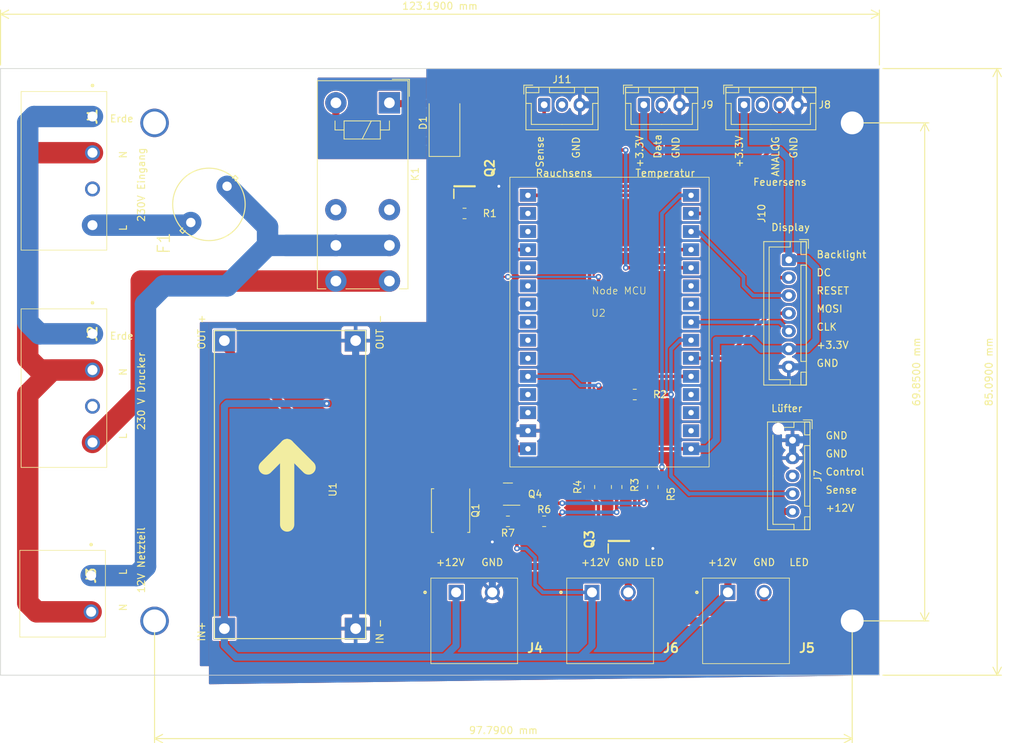
<source format=kicad_pcb>
(kicad_pcb (version 20221018) (generator pcbnew)
  (layers (0 "F.Cu" signal) (31 "B.Cu" signal) (34 "B.Paste" user) (35 "F.Paste" user) (36 "B.SilkS" user "B.Silkscreen") (37 "F.SilkS" user "F.Silkscreen") (38 "B.Mask" user) (39 "F.Mask" user) (44 "Edge.Cuts" user))
  (net 0 "")
  (net 1 "Net-(D1-A)")
  (net 2 "Net-(F1-Pad1)")
  (net 3 "Net-(F1-Pad2)")
  (net 4 "Net-(J1-Pad1)")
  (net 5 "Net-(J1-Pad2)")
  (net 8 "Net-(J2-Pad4)")
  (net 9 "+12V")
  (net 10 "GND")
  (net 11 "Net-(Q1-D)")
  (net 12 "Net-(J7-Pin_3)")
  (net 13 "Net-(J7-Pin_4)")
  (net 14 "+3.3V")
  (net 15 "Net-(J9-Pin_2)")
  (net 18 "Net-(Q1-G)")
  (net 19 "Net-(Q2-G)")
  (net 20 "Net-(Q3-G)")
  (net 22 "Net-(U2-GPIO0)")
  (net 23 "+5V")
  (net 31 "Net-(Q4-G)")
  (net 32 "Net-(Q4-D)")
  (net 35 "Net-(U2-GPIO15)")
  (net 39 "Net-(U2-GPIO16)")
  (net 40 "Net-(J10-Pin_3)")
  (net 41 "Net-(J10-Pin_4)")
  (net 42 "Net-(J10-Pin_5)")
  (net 46 "Net-(J11-Pin_1)")
  (net 48 "Net-(J8-Pin_3)")
  (net 49 "Net-(J10-Pin_2)")
  (footprint "1_ene9ba-footprint:1757242" (layer "F.Cu") (at 174.345 109.03)
    (fp_text reference "J6" (at 11.075 7.81) (layer "F.SilkS") (effects (font (size 1.27 1.27) (thickness 0.254))))
    (fp_text value "Conn_2_Pin_Phoenix_5,08" hide)
    (pad "1" thru_hole rect (at 0 0) (size 2.1 2.1) (drill 1.4) (layers "*.Cu" "*.Mask") (net 9 "+12V"))
    (pad "2" thru_hole circle (at 5.08 0) (size 2.1 2.1) (drill 1.4) (layers "*.Cu" "*.Mask") (net 11 "Net-(Q1-D)"))
  )
  (footprint "Connector_JST:JST_XH_B3B-XH-A_1x03_P2.50mm_Vertical" (layer "F.Cu") (at 181.61 40.64)
    (fp_text reference "J9" (at 8.89 0) (layer "F.SilkS"))
    (fp_text value "Conn_01x03_Pin" hide)
    (pad "1" thru_hole roundrect (at 0 0) (size 1.7 1.95) (drill 0.95) (layers "*.Cu" "*.Mask") (roundrect_rratio 0.147059) (net 14 "+3.3V"))
    (pad "2" thru_hole oval (at 2.5 0) (size 1.7 1.95) (drill 0.95) (layers "*.Cu" "*.Mask") (net 15 "Net-(J9-Pin_2)"))
    (pad "3" thru_hole oval (at 5 0) (size 1.7 1.95) (drill 0.95) (layers "*.Cu" "*.Mask") (net 10 "GND"))
  )
  (footprint "1_ene9ba-footprint:Sicherungssockel rund" (layer "F.Cu") (at 120.65 54.61 90)
    (fp_text reference "F1" (at -3.81 -5.334 90) (layer "F.SilkS") (effects (font (size 1.6891 1.6891) (thickness 0.16891)) (justify right bottom)))
    (fp_text value "Fuse")
    (pad "1" thru_hole circle (at -2.54 -2.54 90) (size 2.54 2.54) (drill 1.3208) (layers "*.Cu" "*.Mask") (net 2 "Net-(F1-Pad1)"))
    (pad "2" thru_hole circle (at 2.54 2.54 90) (size 2.54 2.54) (drill 1.3208) (layers "*.Cu" "*.Mask") (net 3 "Net-(F1-Pad2)"))
  )
  (footprint "Connector_JST:JST_XH_B7B-XH-A_1x07_P2.50mm_Vertical" (layer "F.Cu") (at 201.93 62.39 -90)
    (fp_text reference "J10" (at -6.51 3.81 90) (layer "F.SilkS"))
    (fp_text value "Conn_01x07_Pin" hide)
    (pad "1" thru_hole roundrect (at 0 0 270) (size 1.7 1.95) (drill 0.95) (layers "*.Cu" "*.Mask") (roundrect_rratio 0.147059) (net 14 "+3.3V"))
    (pad "2" thru_hole oval (at 2.5 0 270) (size 1.7 1.95) (drill 0.95) (layers "*.Cu" "*.Mask") (net 49 "Net-(J10-Pin_2)"))
    (pad "3" thru_hole oval (at 5 0 270) (size 1.7 1.95) (drill 0.95) (layers "*.Cu" "*.Mask") (net 40 "Net-(J10-Pin_3)"))
    (pad "4" thru_hole oval (at 7.5 0 270) (size 1.7 1.95) (drill 0.95) (layers "*.Cu" "*.Mask") (net 41 "Net-(J10-Pin_4)"))
    (pad "5" thru_hole oval (at 10 0 270) (size 1.7 1.95) (drill 0.95) (layers "*.Cu" "*.Mask") (net 42 "Net-(J10-Pin_5)"))
    (pad "6" thru_hole oval (at 12.5 0 270) (size 1.7 1.95) (drill 0.95) (layers "*.Cu" "*.Mask") (net 14 "+3.3V"))
    (pad "7" thru_hole oval (at 15 0 270) (size 1.7 1.95) (drill 0.95) (layers "*.Cu" "*.Mask") (net 10 "GND"))
  )
  (footprint "Package_TO_SOT_SMD:TDSON-8-1" (layer "F.Cu") (at 154.52 97.56 -90)
    (fp_text reference "Q1" (at 0 -3.5 -90) (layer "F.SilkS"))
    (fp_text value "BSC440N10NS3G")
    (pad "1" smd rect (at -2.9 -1.905 270) (size 0.85 0.5) (layers "F.Cu" "F.Paste" "F.Mask") (net 10 "GND"))
    (pad "2" smd rect (at -2.9 -0.635 270) (size 0.85 0.5) (layers "F.Cu" "F.Paste" "F.Mask") (net 10 "GND"))
    (pad "3" smd rect (at -2.9 0.635 270) (size 0.85 0.5) (layers "F.Cu" "F.Paste" "F.Mask") (net 10 "GND"))
    (pad "4" smd rect (at -2.9 1.905 270) (size 0.85 0.5) (layers "F.Cu" "F.Paste" "F.Mask") (net 18 "Net-(Q1-G)"))
    (pad "5" smd rect (at 1.05 0 270) (size 4.55 4.41) (layers "F.Cu") (net 11 "Net-(Q1-D)"))
  )
  (footprint "Resistor_SMD:R_0805_2012Metric_Pad1.20x1.40mm_HandSolder" (layer "F.Cu") (at 167.64 99.06)
    (fp_text reference "R6" (at 0 -1.65) (layer "F.SilkS"))
    (fp_text value "1k")
    (pad "1" smd roundrect (at -1 0) (size 1.2 1.4) (layers "F.Cu" "F.Paste" "F.Mask") (roundrect_rratio 0.208333) (net 32 "Net-(Q4-D)"))
    (pad "2" smd roundrect (at 1 0) (size 1.2 1.4) (layers "F.Cu" "F.Paste" "F.Mask") (roundrect_rratio 0.208333) (net 9 "+12V"))
  )
  (footprint "1_ene9ba-footprint:LM2596S_MODULE" (layer "F.Cu") (at 142.617 115.517 90)
    (fp_text reference "U1" (at 20.9 -4.6 90) (layer "F.SilkS"))
    (fp_text value "DC/DC_Wandler_LM2596S")
    (fp_text user "IN -" (at 1 2 90) (layer "F.SilkS"))
    (fp_text user "OUT -" (at 43 2 90) (layer "F.SilkS"))
    (fp_text user "OUT +" (at 43 -23 90) (layer "F.SilkS"))
    (fp_text user "IN+" (at 1 -23 90) (layer "F.SilkS"))
    (pad "1" thru_hole rect (at 1.4 -1.4 90) (size 3.048 3.048) (drill 1.5) (layers "*.Cu" "*.Mask") (net 10 "GND"))
    (pad "2" thru_hole rect (at 1.4 -19.8 90) (size 3.048 3.048) (drill 1.5) (layers "*.Cu" "*.Mask") (net 9 "+12V"))
    (pad "3" thru_hole rect (at 41.8 -19.8 90) (size 3.048 3.048) (drill 1.5) (layers "*.Cu" "*.Mask") (net 23 "+5V"))
    (pad "4" thru_hole rect (at 41.8 -1.4 90) (size 3.048 3.048) (drill 1.5) (layers "*.Cu" "*.Mask") (net 10 "GND"))
  )
  (footprint "Connector_JST:JST_XH_B5B-XH-AM_1x05_P2.50mm_Vertical" (layer "F.Cu") (at 202.455 87.69 -90)
    (fp_text reference "J7" (at 5 -3.55 90) (layer "F.SilkS"))
    (fp_text value "Conn_01x05")
    (pad "" np_thru_hole circle (at -1.6 2 270) (size 1.2 1.2) (drill 1.2) (layers "*.Cu" "*.Mask"))
    (pad "1" thru_hole roundrect (at 0 0 270) (size 1.7 1.95) (drill 0.95) (layers "*.Cu" "*.Mask") (roundrect_rratio 0.147059) (net 10 "GND"))
    (pad "2" thru_hole oval (at 2.5 0 270) (size 1.7 1.95) (drill 0.95) (layers "*.Cu" "*.Mask") (net 10 "GND"))
    (pad "3" thru_hole oval (at 5 0 270) (size 1.7 1.95) (drill 0.95) (layers "*.Cu" "*.Mask") (net 12 "Net-(J7-Pin_3)"))
    (pad "4" thru_hole oval (at 7.5 0 270) (size 1.7 1.95) (drill 0.95) (layers "*.Cu" "*.Mask") (net 13 "Net-(J7-Pin_4)"))
    (pad "5" thru_hole oval (at 10 0 270) (size 1.7 1.95) (drill 0.95) (layers "*.Cu" "*.Mask") (net 9 "+12V"))
  )
  (footprint "1_ene9ba-footprint:NodeMCU" (layer "F.Cu") (at 178.07 76.2)
    (fp_text reference "U2" (at -2.81 -6.35 unlocked) (layer "F.SilkS") (effects (font (thickness 0.1))))
    (fp_text value "~" hide)
    (fp_text user "Node MCU" (at -3.81 -8.89 unlocked) (layer "F.SilkS") (effects (font (thickness 0.1)) (justify left bottom)))
    (pad "1" thru_hole rect (at -12.7 12.7) (size 2.286 1.778) (drill 0.762) (layers "*.Cu" "*.Mask") (net 23 "+5V"))
    (pad "2" thru_hole rect (at -12.7 10.16) (size 2.286 1.778) (drill 0.762) (layers "*.Cu" "*.Mask") (net 10 "GND"))
    (pad "3" thru_hole rect (at -12.7 7.62) (size 2.286 1.778) (drill 0.762) (layers "*.Cu" "*.Mask"))
    (pad "4" thru_hole rect (at -12.7 5.08) (size 2.286 1.778) (drill 0.762) (layers "*.Cu" "*.Mask"))
    (pad "5" thru_hole rect (at -12.7 2.54) (size 2.286 1.778) (drill 0.762) (layers "*.Cu" "*.Mask") (net 14 "+3.3V"))
    (pad "6" thru_hole rect (at -12.7 0) (size 2.286 1.778) (drill 0.762) (layers "*.Cu" "*.Mask"))
    (pad "7" thru_hole rect (at -12.7 -2.54) (size 2.286 1.778) (drill 0.762) (layers "*.Cu" "*.Mask"))
    (pad "8" thru_hole rect (at -12.7 -5.08) (size 2.286 1.778) (drill 0.762) (layers "*.Cu" "*.Mask"))
    (pad "9" thru_hole rect (at -12.7 -7.62) (size 2.286 1.778) (drill 0.762) (layers "*.Cu" "*.Mask"))
    (pad "10" thru_hole rect (at -12.7 -10.16) (size 2.286 1.778) (drill 0.762) (layers "*.Cu" "*.Mask"))
    (pad "11" thru_hole rect (at -12.7 -12.7) (size 2.286 1.778) (drill 0.762) (layers "*.Cu" "*.Mask"))
    (pad "12" thru_hole rect (at -12.7 -15.24) (size 2.286 1.778) (drill 0.762) (layers "*.Cu" "*.Mask") (net 15 "Net-(J9-Pin_2)"))
    (pad "13" thru_hole rect (at -12.7 -17.78) (size 2.286 1.778) (drill 0.762) (layers "*.Cu" "*.Mask"))
    (pad "14" thru_hole rect (at -12.7 -20.32) (size 2.286 1.778) (drill 0.762) (layers "*.Cu" "*.Mask"))
    (pad "15" thru_hole rect (at -12.7 -22.86) (size 2.286 1.778) (drill 0.762) (layers "*.Cu" "*.Mask") (net 48 "Net-(J8-Pin_3)"))
    (pad "16" thru_hole rect (at 10.16 -22.86) (size 2.286 1.778) (drill 0.762) (layers "*.Cu" "*.Mask") (net 39 "Net-(U2-GPIO16)"))
    (pad "17" thru_hole rect (at 10.16 -20.32) (size 2.286 1.778) (drill 0.762) (layers "*.Cu" "*.Mask") (net 49 "Net-(J10-Pin_2)"))
    (pad "18" thru_hole rect (at 10.16 -17.78) (size 2.286 1.778) (drill 0.762) (layers "*.Cu" "*.Mask") (net 40 "Net-(J10-Pin_3)"))
    (pad "19" thru_hole rect (at 10.16 -15.24) (size 2.286 1.778) (drill 0.762) (layers "*.Cu" "*.Mask") (net 22 "Net-(U2-GPIO0)"))
    (pad "20" thru_hole rect (at 10.16 -12.7) (size 2.286 1.778) (drill 0.762) (layers "*.Cu" "*.Mask") (net 46 "Net-(J11-Pin_1)"))
    (pad "21" thru_hole rect (at 10.16 -10.16) (size 2.286 1.778) (drill 0.762) (layers "*.Cu" "*.Mask"))
    (pad "22" thru_hole rect (at 10.16 -7.62) (size 2.286 1.778) (drill 0.762) (layers "*.Cu" "*.Mask"))
    (pad "23" thru_hole rect (at 10.16 -5.08) (size 2.286 1.778) (drill 0.762) (layers "*.Cu" "*.Mask") (net 42 "Net-(J10-Pin_5)"))
    (pad "24" thru_hole rect (at 10.16 -2.54) (size 2.286 1.778) (drill 0.762) (layers "*.Cu" "*.Mask") (net 13 "Net-(J7-Pin_4)"))
    (pad "25" thru_hole rect (at 10.16 0) (size 2.286 1.778) (drill 0.762) (layers "*.Cu" "*.Mask") (net 41 "Net-(J10-Pin_4)"))
    (pad "26" thru_hole rect (at 10.16 2.54) (size 2.286 1.778) (drill 0.762) (layers "*.Cu" "*.Mask") (net 35 "Net-(U2-GPIO15)"))
    (pad "27" thru_hole rect (at 10.16 5.08) (size 2.286 1.778) (drill 0.762) (layers "*.Cu" "*.Mask"))
    (pad "28" thru_hole rect (at 10.16 7.62) (size 2.286 1.778) (drill 0.762) (layers "*.Cu" "*.Mask"))
    (pad "29" thru_hole rect (at 10.16 10.16) (size 2.286 1.778) (drill 0.762) (layers "*.Cu" "*.Mask"))
    (pad "30" thru_hole rect (at 10.16 12.7) (size 2.286 1.778) (drill 0.762) (layers "*.Cu" "*.Mask") (net 14 "+3.3V"))
  )
  (footprint "1_ene9ba-footprint:1757242" (layer "F.Cu") (at 104.14 106.68 -90)
    (fp_text reference "J3" (at 0 0 -90) (layer "F.SilkS") (effects (font (size 1.27 1.27) (thickness 0.254))))
    (fp_text value "Conn_2_Pin_Phoenix_5,08" hide)
    (pad "1" thru_hole rect (at 0 0 270) (size 2.1 2.1) (drill 1.4) (layers "*.Cu" "*.Mask") (net 3 "Net-(F1-Pad2)"))
    (pad "2" thru_hole circle (at 5.08 0 270) (size 2.1 2.1) (drill 1.4) (layers "*.Cu" "*.Mask") (net 5 "Net-(J1-Pad2)"))
  )
  (footprint "Resistor_SMD:R_0805_2012Metric_Pad1.20x1.40mm_HandSolder" (layer "F.Cu") (at 180.34 81.28 180)
    (fp_text reference "R2" (at -3.54 0) (layer "F.SilkS"))
    (fp_text value "10k" hide)
    (pad "1" smd roundrect (at -1 0 180) (size 1.2 1.4) (layers "F.Cu" "F.Paste" "F.Mask") (roundrect_rratio 0.208333) (net 13 "Net-(J7-Pin_4)"))
    (pad "2" smd roundrect (at 1 0 180) (size 1.2 1.4) (layers "F.Cu" "F.Paste" "F.Mask") (roundrect_rratio 0.208333) (net 14 "+3.3V"))
  )
  (footprint "1_ene9ba-footprint:Relay_DPDT_Finder_40.52" (layer "F.Cu") (at 145.9475 40.3625 -90)
    (fp_text reference "K1" (at 10 -3.6 90) (layer "F.SilkS"))
    (fp_text value "FINDER-44.52")
    (pad "11" thru_hole circle (at 20 0 270) (size 3 3) (drill 1.5) (layers "*.Cu" "*.Mask") (net 3 "Net-(F1-Pad2)"))
    (pad "12" thru_hole circle (at 15 0 270) (size 3 3) (drill 1.5) (layers "*.Cu" "*.Mask"))
    (pad "14" thru_hole circle (at 25 0 270) (size 3 3) (drill 1.5) (layers "*.Cu" "*.Mask") (net 8 "Net-(J2-Pad4)"))
    (pad "21" thru_hole circle (at 20 7.5 270) (size 3 3) (drill 1.5) (layers "*.Cu" "*.Mask") (net 3 "Net-(F1-Pad2)"))
    (pad "22" thru_hole circle (at 15 7.5 270) (size 3 3) (drill 1.5) (layers "*.Cu" "*.Mask"))
    (pad "24" thru_hole circle (at 25 7.5 270) (size 3 3) (drill 1.5) (layers "*.Cu" "*.Mask") (net 8 "Net-(J2-Pad4)"))
    (pad "A1" thru_hole rect (at 0 0 270) (size 3 3) (drill 1.5) (layers "*.Cu" "*.Mask") (net 1 "Net-(D1-A)"))
    (pad "A2" thru_hole circle (at 0 7.5 270) (size 3 3) (drill 1.5) (layers "*.Cu" "*.Mask") (net 9 "+12V"))
  )
  (footprint "Resistor_SMD:R_0805_2012Metric_Pad1.20x1.40mm_HandSolder" (layer "F.Cu") (at 162.56 99.06 180)
    (fp_text reference "R7" (at 0 -1.65) (layer "F.SilkS"))
    (fp_text value "120")
    (pad "1" smd roundrect (at -1 0 180) (size 1.2 1.4) (layers "F.Cu" "F.Paste" "F.Mask") (roundrect_rratio 0.208333) (net 32 "Net-(Q4-D)"))
    (pad "2" smd roundrect (at 1 0 180) (size 1.2 1.4) (layers "F.Cu" "F.Paste" "F.Mask") (roundrect_rratio 0.208333) (net 18 "Net-(Q1-G)"))
  )
  (footprint "1_ene9ba-footprint:1757268" (layer "F.Cu") (at 104.33 72.765 -90)
    (fp_text reference "J2" (at 0 0 90) (layer "F.SilkS") (effects (font (size 1.27 1.27) (thickness 0.254))))
    (fp_text value "Conn_4_Pin_Phoenix_5,08" hide)
    (pad "1" thru_hole rect (at 0 0 270) (size 2.1 2.1) (drill 1.4) (layers "*.Cu" "*.Mask") (net 4 "Net-(J1-Pad1)"))
    (pad "2" thru_hole circle (at 5.08 0 270) (size 2.1 2.1) (drill 1.4) (layers "*.Cu" "*.Mask") (net 5 "Net-(J1-Pad2)"))
    (pad "3" thru_hole circle (at 10.16 0 270) (size 2.1 2.1) (drill 1.4) (layers "*.Cu" "*.Mask"))
    (pad "4" thru_hole circle (at 15.24 0 270) (size 2.1 2.1) (drill 1.4) (layers "*.Cu" "*.Mask") (net 8 "Net-(J2-Pad4)"))
  )
  (footprint "Package_TO_SOT_SMD:SOT-23" (layer "F.Cu") (at 162.56 95.25 180)
    (fp_text reference "Q4" (at -3.81 0) (layer "F.SilkS"))
    (fp_text value "BSS138")
    (pad "1" smd roundrect (at -0.9375 -0.95 180) (size 1.475 0.6) (layers "F.Cu" "F.Paste" "F.Mask") (net 31 "Net-(Q4-G)"))
    (pad "2" smd roundrect (at -0.9375 0.95 180) (size 1.475 0.6) (layers "F.Cu" "F.Paste" "F.Mask") (net 10 "GND"))
    (pad "3" smd roundrect (at 0.9375 0 180) (size 1.475 0.6) (layers "F.Cu" "F.Paste" "F.Mask") (net 32 "Net-(Q4-D)"))
  )
  (footprint "Connector_JST:JST_XH_B3B-XH-A_1x03_P2.50mm_Vertical" (layer "F.Cu") (at 167.64 40.64)
    (fp_text reference "J11" (at 2.5 -3.55) (layer "F.SilkS"))
    (fp_text value "Conn_01x03_Pin" hide)
    (pad "1" thru_hole roundrect (at 0 0) (size 1.7 1.95) (drill 0.95) (layers "*.Cu" "*.Mask") (roundrect_rratio 0.147059) (net 46 "Net-(J11-Pin_1)"))
    (pad "2" thru_hole oval (at 2.5 0) (size 1.7 1.95) (drill 0.95) (layers "*.Cu" "*.Mask"))
    (pad "3" thru_hole oval (at 5 0) (size 1.7 1.95) (drill 0.95) (layers "*.Cu" "*.Mask") (net 10 "GND"))
  )
  (footprint "Resistor_SMD:R_0805_2012Metric_Pad1.20x1.40mm_HandSolder" (layer "F.Cu") (at 177.8 94.25 -90)
    (fp_text reference "R3" (at -0.27 -2.54 90) (layer "F.SilkS"))
    (fp_text value "10k" hide)
    (pad "1" smd roundrect (at -1 0 270) (size 1.2 1.4) (layers "F.Cu" "F.Paste" "F.Mask") (roundrect_rratio 0.208333) (net 12 "Net-(J7-Pin_3)"))
    (pad "2" smd roundrect (at 1 0 270) (size 1.2 1.4) (layers "F.Cu" "F.Paste" "F.Mask") (roundrect_rratio 0.208333) (net 9 "+12V"))
  )
  (footprint "1_ene9ba-footprint:1757268" (layer "F.Cu") (at 104.33 42.285 -90)
    (fp_text reference "J1" (at 0 0 90) (layer "F.SilkS") (effects (font (size 1.27 1.27) (thickness 0.254))))
    (fp_text value "Conn_4_Pin_Phoenix_5,08" hide)
    (pad "1" thru_hole rect (at 0 0 270) (size 2.1 2.1) (drill 1.4) (layers "*.Cu" "*.Mask") (net 4 "Net-(J1-Pad1)"))
    (pad "2" thru_hole circle (at 5.08 0 270) (size 2.1 2.1) (drill 1.4) (layers "*.Cu" "*.Mask") (net 5 "Net-(J1-Pad2)"))
    (pad "3" thru_hole circle (at 10.16 0 270) (size 2.1 2.1) (drill 1.4) (layers "*.Cu" "*.Mask"))
    (pad "4" thru_hole circle (at 15.24 0 270) (size 2.1 2.1) (drill 1.4) (layers "*.Cu" "*.Mask") (net 2 "Net-(F1-Pad1)"))
  )
  (footprint "Diode_SMD:D_SMB_Handsoldering" (layer "F.Cu") (at 153.67 43.18 90)
    (fp_text reference "D1" (at 0 -3 90) (layer "F.SilkS"))
    (fp_text value "MBRS 1100 SMD Schottkydiode, 100 V, 1 A, DO-214AA" hide)
    (pad "1" smd roundrect (at -2.7 0 90) (size 3.5 2.3) (layers "F.Cu" "F.Paste" "F.Mask") (roundrect_rratio 0.1086956522) (net 9 "+12V"))
    (pad "2" smd roundrect (at 2.7 0 90) (size 3.5 2.3) (layers "F.Cu" "F.Paste" "F.Mask") (roundrect_rratio 0.1086956522) (net 1 "Net-(D1-A)"))
  )
  (footprint "1_ene9ba-footprint:1757242" (layer "F.Cu") (at 193.395 109.03)
    (fp_text reference "J5" (at 11.075 7.81) (layer "F.SilkS") (effects (font (size 1.27 1.27) (thickness 0.254))))
    (fp_text value "Conn_2_Pin_Phoenix_5,08" hide)
    (pad "1" thru_hole rect (at 0 0) (size 2.1 2.1) (drill 1.4) (layers "*.Cu" "*.Mask") (net 9 "+12V"))
    (pad "2" thru_hole circle (at 5.08 0) (size 2.1 2.1) (drill 1.4) (layers "*.Cu" "*.Mask") (net 11 "Net-(Q1-D)"))
  )
  (footprint "Resistor_SMD:R_0805_2012Metric_Pad1.20x1.40mm_HandSolder" (layer "F.Cu") (at 156.48 55.88 180)
    (fp_text reference "R1" (at -3.54 0) (layer "F.SilkS"))
    (fp_text value "120" hide)
    (pad "1" smd roundrect (at -1 0 180) (size 1.2 1.4) (layers "F.Cu" "F.Paste" "F.Mask") (roundrect_rratio 0.208333) (net 35 "Net-(U2-GPIO15)"))
    (pad "2" smd roundrect (at 1 0 180) (size 1.2 1.4) (layers "F.Cu" "F.Paste" "F.Mask") (roundrect_rratio 0.208333) (net 19 "Net-(Q2-G)"))
  )
  (footprint "1_ene9ba-footprint:SOT95P237X112-3N" (layer "F.Cu") (at 156.48 52.07 90)
    (fp_text reference "Q2" (at 2.54 3.54 90) (layer "F.SilkS") (effects (font (size 1.27 1.27) (thickness 0.254))))
    (fp_text value "IRLML2402TRPBF" hide)
    (pad "1" smd rect (at -1.05 -0.95 180) (size 0.6 1.3) (layers "F.Cu" "F.Paste" "F.Mask") (net 19 "Net-(Q2-G)"))
    (pad "2" smd rect (at -1.05 0.95 180) (size 0.6 1.3) (layers "F.Cu" "F.Paste" "F.Mask") (net 10 "GND"))
    (pad "3" smd rect (at 1.05 0 180) (size 0.6 1.3) (layers "F.Cu" "F.Paste" "F.Mask") (net 1 "Net-(D1-A)"))
  )
  (footprint "Resistor_SMD:R_0805_2012Metric_Pad1.20x1.40mm_HandSolder" (layer "F.Cu") (at 173.99 94.25 90)
    (fp_text reference "R4" (at 0 -1.65 90) (layer "F.SilkS"))
    (fp_text value "120")
    (pad "1" smd roundrect (at -1 0 90) (size 1.2 1.4) (layers "F.Cu" "F.Paste" "F.Mask") (roundrect_rratio 0.208333) (net 20 "Net-(Q3-G)"))
    (pad "2" smd roundrect (at 1 0 90) (size 1.2 1.4) (layers "F.Cu" "F.Paste" "F.Mask") (roundrect_rratio 0.208333) (net 22 "Net-(U2-GPIO0)"))
  )
  (footprint "Connector_JST:JST_XH_B4B-XH-A_1x04_P2.50mm_Vertical" (layer "F.Cu") (at 195.66 40.64)
    (fp_text reference "J8" (at 11.31 0) (layer "F.SilkS"))
    (fp_text value "Conn_01x04_Pin_JST-XHP" hide)
    (pad "1" thru_hole roundrect (at 0 0) (size 1.7 1.95) (drill 0.95) (layers "*.Cu" "*.Mask") (roundrect_rratio 0.147059) (net 14 "+3.3V"))
    (pad "2" thru_hole oval (at 2.5 0) (size 1.7 1.95) (drill 0.95) (layers "*.Cu" "*.Mask"))
    (pad "3" thru_hole oval (at 5 0) (size 1.7 1.95) (drill 0.95) (layers "*.Cu" "*.Mask") (net 48 "Net-(J8-Pin_3)"))
    (pad "4" thru_hole oval (at 7.5 0) (size 1.7 1.95) (drill 0.95) (layers "*.Cu" "*.Mask") (net 10 "GND"))
  )
  (footprint "1_ene9ba-footprint:1757242" (layer "F.Cu") (at 155.295 109.03)
    (fp_text reference "J4" (at 11.075 7.81) (layer "F.SilkS") (effects (font (size 1.27 1.27) (thickness 0.254))))
    (fp_text value "Conn_2_Pin_Phoenix_5,08" hide)
    (pad "1" thru_hole rect (at 0 0) (size 2.1 2.1) (drill 1.4) (layers "*.Cu" "*.Mask") (net 9 "+12V"))
    (pad "2" thru_hole circle (at 5.08 0) (size 2.1 2.1) (drill 1.4) (layers "*.Cu" "*.Mask") (net 10 "GND"))
  )
  (footprint "Resistor_SMD:R_0805_2012Metric_Pad1.20x1.40mm_HandSolder" (layer "F.Cu") (at 182.88 94.25 90)
    (fp_text reference "R5" (at -1 2.54 90) (layer "F.SilkS"))
    (fp_text value "120" hide)
    (pad "1" smd roundrect (at -1 0 90) (size 1.2 1.4) (layers "F.Cu" "F.Paste" "F.Mask") (roundrect_rratio 0.208333) (net 31 "Net-(Q4-G)"))
    (pad "2" smd roundrect (at 1 0 90) (size 1.2 1.4) (layers "F.Cu" "F.Paste" "F.Mask") (roundrect_rratio 0.208333) (net 39 "Net-(U2-GPIO16)"))
  )
  (footprint "1_ene9ba-footprint:SOT95P237X112-3N" (layer "F.Cu") (at 178.12 101.82 90)
    (fp_text reference "Q3" (at 0.22 -4.13 90) (layer "F.SilkS") (effects (font (size 1.27 1.27) (thickness 0.254))))
    (fp_text value "IRLML2402TRPBF" hide)
    (pad "1" smd rect (at -1.05 -0.95 180) (size 0.6 1.3) (layers "F.Cu" "F.Paste" "F.Mask") (net 20 "Net-(Q3-G)"))
    (pad "2" smd rect (at -1.05 0.95 180) (size 0.6 1.3) (layers "F.Cu" "F.Paste" "F.Mask") (net 10 "GND"))
    (pad "3" smd rect (at 1.05 0 180) (size 0.6 1.3) (layers "F.Cu" "F.Paste" "F.Mask") (net 12 "Net-(J7-Pin_3)"))
  )
  (gr_line (start 91.44 120.65) (end 91.44 35.56) (stroke (width 0.1)) (layer "Edge.Cuts"))
  (gr_line (start 91.44 35.56) (end 214.63 35.56) (stroke (width 0.1)) (layer "Edge.Cuts"))
  (gr_line (start 214.63 35.56) (end 214.63 120.65) (stroke (width 0.1)) (layer "Edge.Cuts"))
  (gr_line (start 214.63 120.65) (end 91.44 120.65) (stroke (width 0.1)) (layer "Edge.Cuts"))
  (gr_text "GND" (at 172.72 48.26 90) (layer "F.SilkS") (effects (font (size 1 1)) (justify left bottom)))
  (gr_text "230V Eingang\n" (at 111.76 57.15 90) (layer "F.SilkS") (effects (font (size 1 1)) (justify left bottom)))
  (gr_text "230 V Drucker" (at 111.76 86.36 90) (layer "F.SilkS") (effects (font (size 1 1)) (justify left bottom)))
  (gr_text "Erde" (at 106.68 73.66) (layer "F.SilkS") (effects (font (size 1 1)) (justify left bottom)))
  (gr_text "Feuersens" (at 196.85 52.07) (layer "F.SilkS") (effects (font (size 1 1)) (justify left bottom)))
  (gr_text "Lüfter" (at 199.39 83.82) (layer "F.SilkS") (effects (font (size 1 1)) (justify left bottom)))
  (gr_text "CLK" (at 205.74 72.39) (layer "F.SilkS") (effects (font (size 1 1)) (justify left bottom)))
  (gr_text "+12V" (at 152.4 105.41) (layer "F.SilkS") (effects (font (size 1 1)) (justify left bottom)))
  (gr_text "Erde" (at 106.68 43.18) (layer "F.SilkS") (effects (font (size 1 1)) (justify left bottom)))
  (gr_text "GND" (at 207.01 87.63) (layer "F.SilkS") (effects (font (size 1 1)) (justify left bottom)))
  (gr_text "GND" (at 186.69 48.26 90) (layer "F.SilkS") (effects (font (size 1 1)) (justify left bottom)))
  (gr_text "+12V" (at 190.5 105.41) (layer "F.SilkS") (effects (font (size 1 1)) (justify left bottom)))
  (gr_text "Sense" (at 207.01 95.25) (layer "F.SilkS") (effects (font (size 1 1)) (justify left bottom)))
  (gr_text "GND" (at 158.75 105.41) (layer "F.SilkS") (effects (font (size 1 1)) (justify left bottom)))
  (gr_text "L" (at 109.22 58.42 90) (layer "F.SilkS") (effects (font (size 1 1)) (justify left bottom)))
  (gr_text "+3.3V" (at 195.58 49.53 90) (layer "F.SilkS") (effects (font (size 1 1)) (justify left bottom)))
  (gr_text "N" (at 109.22 48.26 90) (layer "F.SilkS") (effects (font (size 1 1)) (justify left bottom)))
  (gr_text "Control" (at 207.01 92.71) (layer "F.SilkS") (effects (font (size 1 1)) (justify left bottom)))
  (gr_text "GND" (at 203.2 48.26 90) (layer "F.SilkS") (effects (font (size 1 1)) (justify left bottom)))
  (gr_text "Rauchsens" (at 166.37 50.8) (layer "F.SilkS") (effects (font (size 1 1)) (justify left bottom)))
  (gr_text "GND" (at 207.01 90.17) (layer "F.SilkS") (effects (font (size 1 1)) (justify left bottom)))
  (gr_text "L" (at 109.22 87.63 90) (layer "F.SilkS") (effects (font (size 1 1)) (justify left bottom)))
  (gr_text "+3.3V" (at 205.74 74.93) (layer "F.SilkS") (effects (font (size 1 1)) (justify left bottom)))
  (gr_text "Temperatur" (at 180.34 50.8) (layer "F.SilkS") (effects (font (size 1 1)) (justify left bottom)))
  (gr_text "GND" (at 205.74 77.47) (layer "F.SilkS") (effects (font (size 1 1)) (justify left bottom)))
  (gr_text "Display" (at 199.39 58.42) (layer "F.SilkS") (effects (font (size 1 1)) (justify left bottom)))
  (gr_text "LED" (at 181.61 105.41) (layer "F.SilkS") (effects (font (size 1 1)) (justify left bottom)))
  (gr_text "LED" (at 201.93 105.41) (layer "F.SilkS") (effects (font (size 1 1)) (justify left bottom)))
  (gr_text "GND" (at 177.8 105.41) (layer "F.SilkS") (effects (font (size 1 1)) (justify left bottom)))
  (gr_text "Backlight" (at 205.74 62.23) (layer "F.SilkS") (effects (font (size 1 1)) (justify left bottom)))
  (gr_text "+12V" (at 207.01 97.79) (layer "F.SilkS") (effects (font (size 1 1)) (justify left bottom)))
  (gr_text "MOSI" (at 205.74 69.85) (layer "F.SilkS") (effects (font (size 1 1)) (justify left bottom)))
  (gr_text "L" (at 109.22 106.68 90) (layer "F.SilkS") (effects (font (size 1 1)) (justify left bottom)))
  (gr_text "N" (at 109.22 111.76 90) (layer "F.SilkS") (effects (font (size 1 1)) (justify left bottom)))
  (gr_text "Data" (at 184.15 48.26 90) (layer "F.SilkS") (effects (font (size 1 1)) (justify left bottom)))
  (gr_text "RESET" (at 205.74 67.31) (layer "F.SilkS") (effects (font (size 1 1)) (justify left bottom)))
  (gr_text "Sense" (at 167.64 49.53 90) (layer "F.SilkS") (effects (font (size 1 1)) (justify left bottom)))
  (gr_text "DC" (at 205.74 64.77) (layer "F.SilkS") (effects (font (size 1 1)) (justify left bottom)))
  (gr_text "12V Netzteil\n" (at 111.76 109.22 90) (layer "F.SilkS") (effects (font (size 1 1)) (justify left bottom)))
  (gr_text "+12V" (at 172.72 105.41) (layer "F.SilkS") (effects (font (size 1 1)) (justify left bottom)))
  (gr_text "+3.3V" (at 181.61 49.53 90) (layer "F.SilkS") (effects (font (size 1 1)) (justify left bottom)))
  (gr_text "N" (at 109.22 78.74 90) (layer "F.SilkS") (effects (font (size 1 1)) (justify left bottom)))
  (gr_text "GND" (at 196.85 105.41) (layer "F.SilkS") (effects (font (size 1 1)) (justify left bottom)))
  (gr_text "ANALOG" (at 200.66 50.8 90) (layer "F.SilkS") (effects (font (size 1 1)) (justify left bottom)))
  (dimension (type aligned) (layer "F.SilkS") (pts (xy 214.63 35.56) (xy 214.63 120.65)) (height -16.51) (gr_text "85,0900 mm" (at 229.99 78.105 90) (layer "F.SilkS") (effects (font (size 1 1) (thickness 0.15)))) (format (prefix "") (suffix "") (units 3) (units_format 1) (precision 4)) (style (thickness 0.15) (arrow_length 1.27) (text_position_mode 0) (extension_height 0.58642) (extension_offset 0.5) keep_text_aligned))
  (dimension (type aligned) (layer "F.SilkS") (pts (xy 91.44 35.56) (xy 214.63 35.56)) (height -7.62) (gr_text "123,1900 mm" (at 153.035 26.79) (layer "F.SilkS") (effects (font (size 1 1) (thickness 0.15)))) (format (prefix "") (suffix "") (units 3) (units_format 1) (precision 4)) (style (thickness 0.15) (arrow_length 1.27) (text_position_mode 0) (extension_height 0.58642) (extension_offset 0.5) keep_text_aligned))
  (dimension (type aligned) (layer "F.SilkS") (pts (xy 210.82 43.18) (xy 210.82 113.03)) (height -10.16) (gr_text "69,8500 mm" (at 219.83 78.105 90) (layer "F.SilkS") (effects (font (size 1 1) (thickness 0.15)))) (format (prefix "") (suffix "") (units 3) (units_format 1) (precision 4)) (style (thickness 0.15) (arrow_length 1.27) (text_position_mode 0) (extension_height 0.58642) (extension_offset 0.5) keep_text_aligned))
  (dimension (type aligned) (layer "F.SilkS") (pts (xy 210.82 113.03) (xy 113.03 113.03)) (height -16.51) (gr_text "97,7900 mm" (at 161.925 128.39) (layer "F.SilkS") (effects (font (size 1 1) (thickness 0.15)))) (format (prefix "") (suffix "") (units 3) (units_format 1) (precision 4)) (style (thickness 0.15) (arrow_length 1.27) (text_position_mode 0) (extension_height 0.58642) (extension_offset 0.5) keep_text_aligned))
  (via (at 113.03 43.18) (size 4) (drill 3.2) (layers "F.Cu" "B.Cu") (net 0))
  (via (at 113.03 113.03) (size 4) (drill 3.2) (layers "F.Cu" "B.Cu") (net 0))
  (segment (start 153.67 40.48) (end 146.065 40.48) (width 1) (layer "F.Cu") (net 1))
  (segment (start 156.48 51.02) (end 156.48 43.29) (width 1) (layer "F.Cu") (net 1))
  (segment (start 146.065 40.48) (end 145.9475 40.3625) (width 1) (layer "F.Cu") (net 1))
  (segment (start 156.48 43.29) (end 153.67 40.48) (width 1) (layer "F.Cu") (net 1))
  (segment (start 117.735 57.525) (end 118.11 57.15) (width 3) (layer "B.Cu") (net 2))
  (segment (start 104.33 57.525) (end 117.735 57.525) (width 3) (layer "B.Cu") (net 2))
  (segment locked (start 111.76 105.41) (end 111.76 68.58) (width 3) (layer "B.Cu") (net 3))
  (segment (start 111.76 68.58) (end 114.3 66.04) (width 3) (layer "B.Cu") (net 3))
  (segment (start 114.3 66.04) (end 123.19 66.04) (width 3) (layer "B.Cu") (net 3))
  (segment (start 138.4475 60.3625) (end 145.9475 60.3625) (width 3) (layer "B.Cu") (net 3))
  (segment (start 104.14 106.68) (end 110.49 106.68) (width 3) (layer "B.Cu") (net 3))
  (segment (start 110.49 106.68) (end 111.76 105.41) (width 3) (layer "B.Cu") (net 3))
  (segment (start 138.4475 60.3625) (end 128.8675 60.3625) (width 3) (layer "B.Cu") (net 3))
  (segment (start 123.19 66.04) (end 128.8675 60.3625) (width 3) (layer "B.Cu") (net 3))
  (segment (start 123.19 52.07) (end 128.8675 57.7475) (width 3) (layer "B.Cu") (net 3))
  (segment (start 138.4475 60.3625) (end 131.4825 60.3625) (width 3) (layer "B.Cu") (net 3))
  (segment (start 128.8675 57.7475) (end 128.8675 60.3625) (width 3) (layer "B.Cu") (net 3))
  (segment (start 96.145 42.285) (end 95.25 43.18) (width 3) (layer "B.Cu") (net 4))
  (segment (start 95.25 43.18) (end 95.25 71.12) (width 3) (layer "B.Cu") (net 4))
  (segment (start 104.33 42.285) (end 96.145 42.285) (width 3) (layer "B.Cu") (net 4))
  (segment (start 95.25 71.12) (end 96.895 72.765) (width 3) (layer "B.Cu") (net 4))
  (segment (start 96.895 72.765) (end 104.33 72.765) (width 3) (layer "B.Cu") (net 4))
  (segment (start 95.25 76.2) (end 96.895 77.845) (width 3) (layer "F.Cu") (net 5))
  (segment (start 104.33 47.365) (end 96.145 47.365) (width 3) (layer "F.Cu") (net 5))
  (segment (start 96.895 77.845) (end 104.33 77.845) (width 3) (layer "F.Cu") (net 5))
  (segment (start 96.145 47.365) (end 95.25 48.26) (width 3) (layer "F.Cu") (net 5))
  (segment (start 104.14 111.76) (end 96.52 111.76) (width 3) (layer "F.Cu") (net 5))
  (segment (start 95.25 48.26) (end 95.25 76.2) (width 3) (layer "F.Cu") (net 5))
  (segment (start 98.685 77.845) (end 95.25 81.28) (width 3) (layer "F.Cu") (net 5))
  (segment (start 104.33 77.845) (end 98.685 77.845) (width 3) (layer "F.Cu") (net 5))
  (segment (start 96.52 111.76) (end 95.25 110.49) (width 3) (layer "F.Cu") (net 5))
  (segment (start 95.25 81.28) (end 95.25 110.49) (width 3) (layer "F.Cu") (net 5))
  (segment (start 111.1675 81.1675) (end 104.33 88.005) (width 3) (layer "F.Cu") (net 8))
  (segment (start 145.9475 65.3625) (end 138.4475 65.3625) (width 3) (layer "F.Cu") (net 8))
  (segment (start 138.4475 65.3625) (end 111.1675 65.3625) (width 3) (layer "F.Cu") (net 8))
  (segment (start 111.1675 65.3625) (end 111.1675 81.1675) (width 3) (layer "F.Cu") (net 8))
  (segment (start 140.97 45.72) (end 153.51 45.72) (width 1) (layer "F.Cu") (net 9))
  (segment (start 153.67 45.88) (end 153.67 81.28) (width 1) (layer "F.Cu") (net 9))
  (segment (start 168.91 99.06) (end 170.18 97.79) (width 0.5) (layer "F.Cu") (net 9))
  (segment (start 163.83 102.87) (end 163.83 101.6) (width 0.5) (layer "F.Cu") (net 9))
  (segment (start 138.4475 40.3625) (end 138.4475 43.1975) (width 1) (layer "F.Cu") (net 9))
  (segment (start 168.64 99.06) (end 168.64 100.6) (width 0.5) (layer "F.Cu") (net 9))
  (segment (start 194.41 97.69) (end 193.395 98.705) (width 1) (layer "F.Cu") (net 9))
  (segment (start 177.8 97.79) (end 177.8 95.25) (width 0.5) (layer "F.Cu") (net 9))
  (segment (start 153.51 45.72) (end 153.67 45.88) (width 1) (layer "F.Cu") (net 9))
  (segment (start 168.64 99.06) (end 168.91 99.06) (width 0.5) (layer "F.Cu") (net 9))
  (segment (start 152.4 82.55) (end 137.16 82.55) (width 1) (layer "F.Cu") (net 9))
  (segment (start 167.64 101.6) (end 163.83 101.6) (width 0.5) (layer "F.Cu") (net 9))
  (segment (start 168.64 100.6) (end 167.64 101.6) (width 0.5) (layer "F.Cu") (net 9))
  (segment (start 193.395 98.705) (end 193.395 109.03) (width 1) (layer "F.Cu") (net 9))
  (segment (start 202.455 97.69) (end 194.41 97.69) (width 1) (layer "F.Cu") (net 9))
  (segment (start 153.67 81.28) (end 152.4 82.55) (width 1) (layer "F.Cu") (net 9))
  (segment (start 138.4475 43.1975) (end 140.97 45.72) (width 1) (layer "F.Cu") (net 9))
  (via (at 137.16 82.55) (size 0.8) (drill 0.4) (layers "F.Cu" "B.Cu") (net 9))
  (via (at 170.18 97.79) (size 0.8) (drill 0.4) (layers "F.Cu" "B.Cu") (net 9))
  (via (at 177.8 97.79) (size 0.8) (drill 0.4) (layers "F.Cu" "B.Cu") (net 9))
  (via (at 163.83 102.87) (size 0.8) (drill 0.4) (layers "F.Cu" "B.Cu") (net 9))
  (segment (start 152.4 118.11) (end 124.46 118.11) (width 1) (layer "B.Cu") (net 9))
  (segment (start 155.295 109.03) (end 155.295 116.485) (width 1) (layer "B.Cu") (net 9))
  (segment (start 166.37 107.95) (end 166.37 104.14) (width 0.5) (layer "B.Cu") (net 9))
  (segment (start 166.37 104.14) (end 165.1 102.87) (width 0.5) (layer "B.Cu") (net 9))
  (segment (start 167.45 109.03) (end 166.37 107.95) (width 0.5) (layer "B.Cu") (net 9))
  (segment (start 137.16 82.55) (end 123.19 82.55) (width 1) (layer "B.Cu") (net 9))
  (segment (start 174.345 116.485) (end 172.72 118.11) (width 1) (layer "B.Cu") (net 9))
  (segment (start 170.18 97.79) (end 177.8 97.79) (width 0.5) (layer "B.Cu") (net 9))
  (segment (start 122.817 114.117) (end 122.817 116.467) (width 1) (layer "B.Cu") (net 9))
  (segment (start 155.295 116.485) (end 153.67 118.11) (width 1) (layer "B.Cu") (net 9))
  (segment (start 153.67 118.11) (end 152.4 118.11) (width 1) (layer "B.Cu") (net 9))
  (segment (start 122.817 116.467) (end 124.46 118.11) (width 1) (layer "B.Cu") (net 9))
  (segment (start 172.72 118.11) (end 152.4 118.11) (width 1) (layer "B.Cu") (net 9))
  (segment (start 184.315 118.11) (end 172.72 118.11) (width 1) (layer "B.Cu") (net 9))
  (segment (start 165.1 102.87) (end 163.83 102.87) (width 0.5) (layer "B.Cu") (net 9))
  (segment (start 123.19 82.55) (end 122.817 82.923) (width 1) (layer "B.Cu") (net 9))
  (segment (start 193.395 109.03) (end 184.315 118.11) (width 1) (layer "B.Cu") (net 9))
  (segment (start 174.345 109.03) (end 174.345 116.485) (width 1) (layer "B.Cu") (net 9))
  (segment (start 174.345 109.03) (end 167.45 109.03) (width 0.5) (layer "B.Cu") (net 9))
  (segment (start 122.817 82.923) (end 122.817 114.117) (width 1) (layer "B.Cu") (net 9))
  (segment (start 155.155 94.66) (end 153.885 94.66) (width 0.5) (layer "F.Cu") (net 10))
  (segment (start 163.8175 93.98) (end 163.4975 94.3) (width 0.5) (layer "F.Cu") (net 10))
  (segment (start 167.64 86.36) (end 168.91 87.63) (width 0.5) (layer "F.Cu") (net 10))
  (segment (start 168.91 87.63) (end 168.91 92.71) (width 0.5) (layer "F.Cu") (net 10))
  (segment (start 168.91 92.71) (end 167.64 93.98) (width 0.5) (layer "F.Cu") (net 10))
  (segment (start 156.425 94.66) (end 158.16 94.66) (width 0.5) (layer "F.Cu") (net 10))
  (segment (start 165.37 86.36) (end 167.64 86.36) (width 0.5) (layer "F.Cu") (net 10))
  (segment (start 167.64 93.98) (end 163.8175 93.98) (width 0.5) (layer "F.Cu") (net 10))
  (segment (start 158.75 95.25) (end 158.75 100.33) (width 0.5) (layer "F.Cu") (net 10))
  (segment (start 157.43 53.12) (end 160.24 53.12) (width 1) (layer "F.Cu") (net 10))
  (segment (start 160.24 53.12) (end 161.29 52.07) (width 1) (layer "F.Cu") (net 10))
  (segment (start 158.16 94.66) (end 158.75 95.25) (width 0.5) (layer "F.Cu") (net 10))
  (segment (start 182.88 102.87) (end 179.07 102.87) (width 0.5) (layer "F.Cu") (net 10))
  (segment (start 156.425 94.66) (end 155.155 94.66) (width 0.5) (layer "F.Cu") (net 10))
  (segment (start 160.375 101.955) (end 158.75 100.33) (width 0.5) (layer "F.Cu") (net 10))
  (via (at 161.29 52.07) (size 0.8) (drill 0.4) (layers "F.Cu" "B.Cu") (net 10))
  (via (at 210.82 113.03) (size 4) (drill 3.2) (layers "F.Cu" "B.Cu") (net 10))
  (via (at 160.375 101.955) (size 0.8) (drill 0.4) (layers "F.Cu" "B.Cu") (net 10))
  (via (at 182.88 102.87) (size 0.8) (drill 0.4) (layers "F.Cu" "B.Cu") (net 10))
  (via (at 210.82 43.18) (size 4) (drill 3.2) (layers "F.Cu" "B.Cu") (net 10))
  (segment (start 175.26 49.53) (end 176.53 48.26) (width 1) (layer "B.Cu") (net 10))
  (segment (start 161.29 52.07) (end 163.83 49.53) (width 1) (layer "B.Cu") (net 10))
  (segment (start 201.938377 38.1) (end 203.2 39.361623) (width 1) (layer "B.Cu") (net 10))
  (segment (start 207.01 87.63) (end 207.01 99.06) (width 0.5) (layer "B.Cu") (net 10))
  (segment (start 141.217 101.6) (end 141.217 109.22) (width 1) (layer "B.Cu") (net 10))
  (segment (start 141.217 109.22) (end 141.217 114.117) (width 1) (layer "B.Cu") (net 10))
  (segment (start 160.02 101.6) (end 141.217 101.6) (width 1) (layer "B.Cu") (net 10))
  (segment (start 162.56 86.36) (end 161.29 85.09) (width 1) (layer "B.Cu") (net 10))
  (segment (start 208.28 86.36) (end 207.01 87.63) (width 1) (layer "B.Cu") (net 10))
  (segment (start 176.45 40.64) (end 176.45 39.45) (width 1) (layer "B.Cu") (net 10))
  (segment (start 203.2 43.171623) (end 207.01 46.981623) (width 1) (layer "B.Cu") (net 10))
  (segment (start 207.01 77.31) (end 206.93 77.39) (width 1) (layer "B.Cu") (net 10))
  (segment (start 165.37 86.36) (end 141.217 86.36) (width 1) (layer "B.Cu") (net 10))
  (segment (start 141.217 86.36) (end 141.217 101.6) (width 1) (layer "B.Cu") (net 10))
  (segment (start 176.45 48.18) (end 176.45 40.64) (width 1) (layer "B.Cu") (net 10))
  (segment (start 202.455 87.69) (end 202.455 90.19) (width 1) (layer "B.Cu") (net 10))
  (segment (start 161.29 85.09) (end 161.29 52.07) (width 1) (layer "B.Cu") (net 10))
  (segment (start 207.01 87.63) (end 202.515 87.63) (width 1) (layer "B.Cu") (net 10))
  (segment (start 163.83 49.53) (end 175.26 49.53) (width 1) (layer "B.Cu") (net 10))
  (segment (start 206.93 77.39) (end 201.93 77.39) (width 1) (layer "B.Cu") (net 10))
  (segment (start 185.42 100.33) (end 182.88 102.87) (width 0.5) (layer "B.Cu") (net 10))
  (segment (start 160.375 101.955) (end 160.02 101.6) (width 1) (layer "B.Cu") (net 10))
  (segment (start 203.2 39.361623) (end 203.2 43.171623) (width 1) (layer "B.Cu") (net 10))
  (segment (start 165.37 86.36) (end 162.56 86.36) (width 1) (layer "B.Cu") (net 10))
  (segment (start 176.45 39.45) (end 177.8 38.1) (width 1) (layer "B.Cu") (net 10))
  (segment (start 160.375 109.03) (end 160.375 101.955) (width 1) (layer "B.Cu") (net 10))
  (segment (start 207.01 46.981623) (end 207.01 77.31) (width 1) (layer "B.Cu") (net 10))
  (segment (start 172.64 40.64) (end 176.45 40.64) (width 1) (layer "B.Cu") (net 10))
  (segment (start 176.53 48.26) (end 176.45 48.18) (width 1) (layer "B.Cu") (net 10))
  (segment (start 208.28 78.74) (end 208.28 86.36) (width 1) (layer "B.Cu") (net 10))
  (segment (start 177.8 38.1) (end 193.04 38.1) (width 1) (layer "B.Cu") (net 10))
  (segment (start 206.93 77.39) (end 208.28 78.74) (width 1) (layer "B.Cu") (net 10))
  (segment (start 205.74 100.33) (end 185.42 100.33) (width 0.5) (layer "B.Cu") (net 10))
  (segment (start 202.515 87.63) (end 202.455 87.69) (width 1) (layer "B.Cu") (net 10))
  (segment (start 193.04 38.1) (end 201.938377 38.1) (width 1) (layer "B.Cu") (net 10))
  (segment (start 141.217 73.717) (end 141.217 86.36) (width 1) (layer "B.Cu") (net 10))
  (segment (start 207.01 99.06) (end 205.74 100.33) (width 0.5) (layer "B.Cu") (net 10))
  (segment (start 195.58 113.03) (end 198.475 110.135) (width 1) (layer "F.Cu") (net 11))
  (segment (start 180.34 113.03) (end 195.58 113.03) (width 1) (layer "F.Cu") (net 11))
  (segment (start 179.425 112.115) (end 180.34 113.03) (width 1) (layer "F.Cu") (net 11))
  (segment (start 177.8 105.41) (end 161.32 105.41) (width 1) (layer "F.Cu") (net 11))
  (segment (start 198.475 110.135) (end 198.475 109.03) (width 1) (layer "F.Cu") (net 11))
  (segment (start 179.425 109.03) (end 179.425 112.115) (width 1) (layer "F.Cu") (net 11))
  (segment (start 179.425 109.03) (end 179.425 107.035) (width 1) (layer "F.Cu") (net 11))
  (segment (start 179.425 107.035) (end 177.8 105.41) (width 1) (layer "F.Cu") (net 11))
  (segment (start 161.32 105.41) (end 154.52 98.61) (width 1) (layer "F.Cu") (net 11))
  (segment (start 178.12 100.01) (end 178.12 100.77) (width 0.5) (layer "F.Cu") (net 12))
  (segment (start 180.34 93.98) (end 180.34 97.79) (width 0.5) (layer "F.Cu") (net 12))
  (segment (start 179.61 93.25) (end 180.34 93.98) (width 0.5) (layer "F.Cu") (net 12))
  (segment (start 180.34 97.79) (end 178.12 100.01) (width 0.5) (layer "F.Cu") (net 12))
  (segment (start 177.8 93.25) (end 179.61 93.25) (width 0.5) (layer "F.Cu") (net 12))
  (segment (start 181.34 81.28) (end 185.42 81.28) (width 0.5) (layer "F.Cu") (net 13))
  (via (at 185.42 81.28) (size 0.8) (drill 0.4) (layers "F.Cu" "B.Cu") (net 13))
  (segment (start 188.02 95.19) (end 202.455 95.19) (width 0.5) (layer "B.Cu") (net 13))
  (segment (start 185.42 81.28) (end 185.42 92.71) (width 0.5) (layer "B.Cu") (net 13))
  (segment (start 186.69 73.66) (end 185.42 74.93) (width 0.5) (layer "B.Cu") (net 13))
  (segment (start 187.96 95.25) (end 188.02 95.19) (width 0.5) (layer "B.Cu") (net 13))
  (segment (start 185.42 92.71) (end 187.96 95.25) (width 0.5) (layer "B.Cu") (net 13))
  (segment (start 185.42 74.93) (end 185.42 81.28) (width 0.5) (layer "B.Cu") (net 13))
  (segment (start 187.28 73.66) (end 186.69 73.66) (width 0.5) (layer "B.Cu") (net 13))
  (segment (start 179.34 81.28) (end 176.53 81.28) (width 0.5) (layer "F.Cu") (net 14))
  (segment (start 176.53 81.28) (end 175.26 80.01) (width 0.5) (layer "F.Cu") (net 14))
  (segment (start 188.23 88.9) (end 176.53 88.9) (width 0.5) (layer "F.Cu") (net 14))
  (segment (start 175.26 87.63) (end 175.26 80.01) (width 0.5) (layer "F.Cu") (net 14))
  (segment (start 176.53 88.9) (end 175.26 87.63) (width 0.5) (layer "F.Cu") (net 14))
  (via (at 175.26 80.01) (size 0.8) (drill 0.4) (layers "F.Cu" "B.Cu") (net 14))
  (segment (start 200.66 46.99) (end 195.58 46.99) (width 1) (layer "B.Cu") (net 14))
  (segment (start 195.66 40.64) (end 195.66 46.91) (width 1) (layer "B.Cu") (net 14))
  (segment (start 175.26 80.01) (end 172.72 80.01) (width 0.5) (layer "B.Cu") (net 14))
  (segment (start 201.93 62.39) (end 201.93 48.26) (width 1) (layer "B.Cu") (net 14))
  (segment (start 196.85 73.66) (end 198.12 74.93) (width 1) (layer "B.Cu") (net 14))
  (segment (start 205.74 73.66) (end 205.74 63.5) (width 1) (layer "B.Cu") (net 14))
  (segment (start 198.16 74.89) (end 201.93 74.89) (width 1) (layer "B.Cu") (net 14))
  (segment (start 205.74 63.5) (end 204.47 62.23) (width 1) (layer "B.Cu") (net 14))
  (segment (start 172.72 80.01) (end 171.45 78.74) (width 0.5) (layer "B.Cu") (net 14))
  (segment (start 191.77 73.66) (end 196.85 73.66) (width 1) (layer "B.Cu") (net 14))
  (segment (start 202.09 62.23) (end 201.93 62.39) (width 1) (layer "B.Cu") (net 14))
  (segment (start 195.66 46.91) (end 195.58 46.99) (width 1) (layer "B.Cu") (net 14))
  (segment (start 204.47 62.23) (end 202.09 62.23) (width 1) (layer "B.Cu") (net 14))
  (segment (start 201.93 48.26) (end 200.66 46.99) (width 1) (layer "B.Cu") (net 14))
  (segment (start 195.58 46.99) (end 182.88 46.99) (width 1) (layer "B.Cu") (net 14))
  (segment (start 190.5 88.9) (end 191.77 87.63) (width 1) (layer "B.Cu") (net 14))
  (segment (start 191.77 87.63) (end 191.77 73.66) (width 1) (layer "B.Cu") (net 14))
  (segment (start 188.23 88.9) (end 190.5 88.9) (width 1) (layer "B.Cu") (net 14))
  (segment (start 181.61 45.72) (end 181.61 40.64) (width 1) (layer "B.Cu") (net 14))
  (segment (start 204.51 74.89) (end 205.74 73.66) (width 1) (layer "B.Cu") (net 14))
  (segment (start 198.12 74.93) (end 198.16 74.89) (width 1) (layer "B.Cu") (net 14))
  (segment (start 201.93 74.89) (end 204.51 74.89) (width 1) (layer "B.Cu") (net 14))
  (segment (start 182.88 46.99) (end 181.61 45.72) (width 1) (layer "B.Cu") (net 14))
  (segment (start 171.45 78.74) (end 165.37 78.74) (width 0.5) (layer "B.Cu") (net 14))
  (segment (start 171.381 52.001) (end 163.899 52.001) (width 0.5) (layer "F.Cu") (net 15))
  (segment (start 163.899 52.001) (end 162.56 53.34) (width 0.5) (layer "F.Cu") (net 15))
  (segment (start 171.45 52.07) (end 171.381 52.001) (width 0.5) (layer "F.Cu") (net 15))
  (segment (start 162.56 53.34) (end 162.56 59.69) (width 0.5) (layer "F.Cu") (net 15))
  (segment (start 162.56 59.69) (end 163.83 60.96) (width 0.5) (layer "F.Cu") (net 15))
  (segment (start 181.61 52.07) (end 171.45 52.07) (width 0.5) (layer "F.Cu") (net 15))
  (segment (start 184.11 49.57) (end 181.61 52.07) (width 0.5) (layer "F.Cu") (net 15))
  (segment (start 163.83 60.96) (end 165.37 60.96) (width 0.5) (layer "F.Cu") (net 15))
  (segment (start 184.11 40.64) (end 184.11 49.57) (width 0.5) (layer "F.Cu") (net 15))
  (segment (start 157.789949 92.71) (end 160.02 94.940051) (width 0.5) (layer "F.Cu") (net 18))
  (segment (start 160.02 99.06) (end 161.29 99.06) (width 0.5) (layer "F.Cu") (net 18))
  (segment (start 160.02 94.940051) (end 160.02 99.06) (width 0.5) (layer "F.Cu") (net 18))
  (segment (start 157.789949 92.71) (end 154.39 92.71) (width 0.5) (layer "F.Cu") (net 18))
  (segment (start 152.67 94.605) (end 152.615 94.66) (width 0.5) (layer "F.Cu") (net 18))
  (segment (start 152.615 94.485) (end 152.615 94.66) (width 0.5) (layer "F.Cu") (net 18))
  (segment (start 154.39 92.71) (end 152.615 94.485) (width 0.5) (layer "F.Cu") (net 18))
  (segment (start 155.48 55.88) (end 155.48 53.17) (width 0.5) (layer "F.Cu") (net 19))
  (segment (start 155.48 53.17) (end 155.53 53.12) (width 0.5) (layer "F.Cu") (net 19))
  (segment (start 175.26 101.6) (end 176.53 102.87) (width 0.5) (layer "F.Cu") (net 20))
  (segment (start 173.99 95.25) (end 175.26 96.52) (width 0.5) (layer "F.Cu") (net 20))
  (segment (start 176.53 102.87) (end 177.17 102.87) (width 0.5) (layer "F.Cu") (net 20))
  (segment (start 175.26 96.52) (end 175.26 101.6) (width 0.5) (layer "F.Cu") (net 20))
  (segment (start 173.99 62.23) (end 173.99 93.25) (width 0.5) (layer "F.Cu") (net 22))
  (segment (start 173.99 62.23) (end 175.26 60.96) (width 0.5) (layer "F.Cu") (net 22))
  (segment (start 175.26 60.96) (end 188.23 60.96) (width 0.5) (layer "F.Cu") (net 22))
  (segment (start 137.16 88.9) (end 165.37 88.9) (width 1) (layer "F.Cu") (net 23))
  (segment (start 122.817 74.557) (end 137.16 88.9) (width 1) (layer "F.Cu") (net 23))
  (segment (start 122.817 73.717) (end 122.817 74.557) (width 1) (layer "F.Cu") (net 23))
  (segment (start 163.8175 96.52) (end 163.4975 96.2) (width 0.5) (layer "F.Cu") (net 31))
  (segment (start 170.18 96.52) (end 163.8175 96.52) (width 0.5) (layer "F.Cu") (net 31))
  (segment (start 182.88 95.25) (end 181.61 96.52) (width 0.5) (layer "F.Cu") (net 31))
  (via (at 170.18 96.52) (size 0.8) (drill 0.4) (layers "F.Cu" "B.Cu") (net 31))
  (via (at 181.61 96.52) (size 0.8) (drill 0.4) (layers "F.Cu" "B.Cu") (net 31))
  (segment (start 181.61 96.52) (end 170.18 96.52) (width 0.5) (layer "B.Cu") (net 31))
  (segment (start 161.6225 95.25) (end 161.6225 95.911028) (width 0.5) (layer "F.Cu") (net 32))
  (segment (start 161.6225 95.911028) (end 163.501472 97.79) (width 0.5) (layer "F.Cu") (net 32))
  (segment (start 166.37 98.79) (end 166.64 99.06) (width 0.5) (layer "F.Cu") (net 32))
  (segment (start 166.37 97.79) (end 166.37 98.79) (width 0.5) (layer "F.Cu") (net 32))
  (segment (start 163.501472 97.79) (end 166.37 97.79) (width 0.5) (layer "F.Cu") (net 32))
  (segment (start 188.23 78.74) (end 175.26 78.74) (width 0.5) (layer "F.Cu") (net 35))
  (segment (start 157.48 59.69) (end 157.48 55.88) (width 0.5) (layer "F.Cu") (net 35))
  (segment (start 157.48 63.5) (end 157.48 59.69) (width 0.3) (layer "F.Cu") (net 35))
  (segment (start 175.26 78.74) (end 175.26 64.77) (width 0.5) (layer "F.Cu") (net 35))
  (segment (start 162.56 64.77) (end 158.75 64.77) (width 0.3) (layer "F.Cu") (net 35))
  (segment (start 158.75 64.77) (end 157.48 63.5) (width 0.3) (layer "F.Cu") (net 35))
  (via (at 175.26 64.77) (size 0.8) (drill 0.4) (layers "F.Cu" "B.Cu") (net 35))
  (via (at 162.56 64.77) (size 0.8) (drill 0.4) (layers "F.Cu" "B.Cu") (net 35))
  (via (at 162.56 64.77) (size 0.8) (drill 0.4) (layers "F.Cu" "B.Cu") (net 35))
  (segment (start 175.26 64.77) (end 162.56 64.77) (width 0.3) (layer "B.Cu") (net 35))
  (segment (start 184.15 91.44) (end 184.15 91.98) (width 0.5) (layer "F.Cu") (net 39))
  (segment (start 184.15 91.98) (end 182.88 93.25) (width 0.5) (layer "F.Cu") (net 39))
  (via (at 184.15 91.44) (size 0.8) (drill 0.4) (layers "F.Cu" "B.Cu") (net 39))
  (segment (start 186.69 53.34) (end 185.42 54.61) (width 0.5) (layer "B.Cu") (net 39))
  (segment (start 188.23 53.34) (end 186.69 53.34) (width 0.5) (layer "B.Cu") (net 39))
  (segment (start 184.15 55.88) (end 184.15 91.44) (width 0.5) (layer "B.Cu") (net 39))
  (segment (start 185.42 54.61) (end 184.15 55.88) (width 0.5) (layer "B.Cu") (net 39))
  (segment (start 189.23 58.42) (end 195.58 64.77) (width 0.5) (layer "B.Cu") (net 40))
  (segment (start 195.58 66.04) (end 196.93 67.39) (width 0.5) (layer "B.Cu") (net 40))
  (segment (start 195.58 64.77) (end 195.58 66.04) (width 0.5) (layer "B.Cu") (net 40))
  (segment (start 196.93 67.39) (end 201.93 67.39) (width 0.5) (layer "B.Cu") (net 40))
  (segment (start 188.23 58.42) (end 189.23 58.42) (width 0.5) (layer "B.Cu") (net 40))
  (segment (start 188.23 76.2) (end 193.04 76.2) (width 0.5) (layer "F.Cu") (net 41))
  (segment (start 199.35 69.89) (end 201.93 69.89) (width 0.5) (layer "F.Cu") (net 41))
  (segment (start 193.04 76.2) (end 199.35 69.89) (width 0.5) (layer "F.Cu") (net 41))
  (segment (start 188.23 71.12) (end 200.66 71.12) (width 0.5) (layer "B.Cu") (net 42))
  (segment (start 200.66 71.12) (end 201.93 72.39) (width 0.5) (layer "B.Cu") (net 42))
  (segment (start 167.64 45.72) (end 167.64 40.64) (width 0.5) (layer "F.Cu") (net 46))
  (segment (start 188.23 63.5) (end 179.07 63.5) (width 0.5) (layer "F.Cu") (net 46))
  (segment (start 168.91 46.99) (end 167.64 45.72) (width 0.5) (layer "F.Cu") (net 46))
  (segment (start 179.07 46.99) (end 168.91 46.99) (width 0.5) (layer "F.Cu") (net 46))
  (via (at 179.07 63.5) (size 0.8) (drill 0.4) (layers "F.Cu" "B.Cu") (net 46))
  (via (at 179.07 46.99) (size 0.8) (drill 0.4) (layers "F.Cu" "B.Cu") (net 46))
  (segment (start 179.07 63.5) (end 179.07 46.99) (width 0.5) (layer "B.Cu") (net 46))
  (segment (start 195.58 50.8) (end 197.485 48.895) (width 0.5) (layer "F.Cu") (net 48))
  (segment (start 185.42 50.8) (end 195.58 50.8) (width 0.5) (layer "F.Cu") (net 48))
  (segment (start 165.37 53.34) (end 182.88 53.34) (width 0.5) (layer "F.Cu") (net 48))
  (segment (start 182.88 53.34) (end 185.42 50.8) (width 0.5) (layer "F.Cu") (net 48))
  (segment (start 200.66 40.64) (end 200.66 45.72) (width 0.5) (layer "F.Cu") (net 48))
  (segment (start 200.66 45.72) (end 196.85 49.53) (width 0.5) (layer "F.Cu") (net 48))
  (segment (start 195.58 55.88) (end 195.58 63.5) (width 0.5) (layer "F.Cu") (net 49))
  (segment (start 196.97 64.89) (end 201.93 64.89) (width 0.5) (layer "F.Cu") (net 49))
  (segment (start 195.58 63.5) (end 196.97 64.89) (width 0.5) (layer "F.Cu") (net 49))
  (segment (start 188.23 55.88) (end 195.58 55.88) (width 0.5) (layer "F.Cu") (net 49))
  (zone (net 10) (net_name "GND") (layers "F&B.Cu") (priority 1) (connect_pads (clearance 0)) (min_thickness 0.25) (fill yes (thermal_gap 0.5) (thermal_bridge_width 0.5))
    (polygon (pts (xy 151.13 35.56) (xy 214.63 35.56) (xy 214.63 120.65) (xy 120.65 121.92) (xy 120.65 71.12) (xy 151.13 71.12)))
  )
  (zone (net 0) (net_name "") (layers "F&B.Cu") (name "230 V") (connect_pads (clearance 0)) (min_thickness 0.25)
    (keepout (tracks allowed) (vias allowed) (pads allowed) (copperpour not_allowed) (footprints allowed))
    (fill (thermal_gap 0.5) (thermal_bridge_width 0.5))
    (polygon (pts (xy 91.44 35.56) (xy 135.89 35.56) (xy 135.89 48.26) (xy 151.13 48.26) (xy 151.13 71.12) (xy 119.38 71.12) (xy 119.38 120.65) (xy 91.44 120.65)))
  )
  (zone (net 10) (net_name "GND") (layers "F&B.Cu") (connect_pads (clearance 0)) (min_thickness 0.25) (fill yes (thermal_gap 0.5) (thermal_bridge_width 0.5))
    (polygon (pts (xy 92.71 36.83) (xy 213.36 36.83) (xy 213.36 119.38) (xy 92.71 119.38)))
  )
)
</source>
